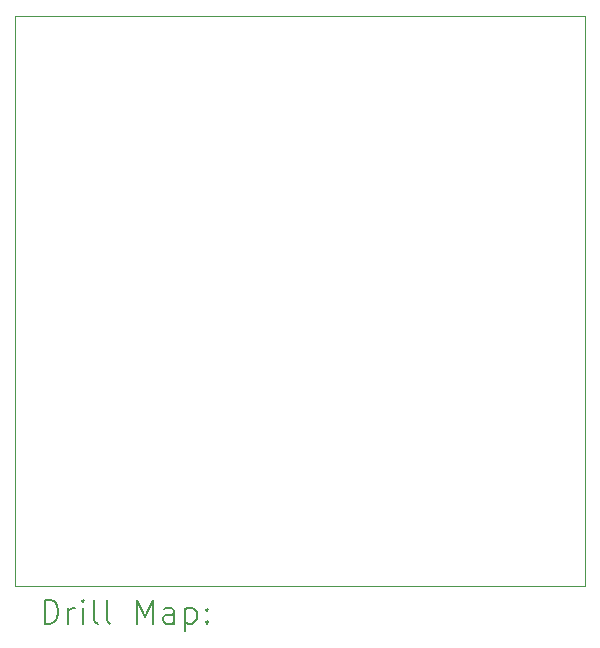
<source format=gbr>
%TF.GenerationSoftware,KiCad,Pcbnew,(6.0.10)*%
%TF.CreationDate,2024-05-09T21:43:07+03:00*%
%TF.ProjectId,iot-robots,696f742d-726f-4626-9f74-732e6b696361,rev?*%
%TF.SameCoordinates,Original*%
%TF.FileFunction,Drillmap*%
%TF.FilePolarity,Positive*%
%FSLAX45Y45*%
G04 Gerber Fmt 4.5, Leading zero omitted, Abs format (unit mm)*
G04 Created by KiCad (PCBNEW (6.0.10)) date 2024-05-09 21:43:07*
%MOMM*%
%LPD*%
G01*
G04 APERTURE LIST*
%ADD10C,0.100000*%
%ADD11C,0.200000*%
G04 APERTURE END LIST*
D10*
X9398000Y-11811000D02*
X9398000Y-6985000D01*
X14224000Y-11811000D02*
X9398000Y-11811000D01*
X14224000Y-6985000D02*
X14224000Y-11811000D01*
X9398000Y-6985000D02*
X14224000Y-6985000D01*
D11*
X9650619Y-12126476D02*
X9650619Y-11926476D01*
X9698238Y-11926476D01*
X9726810Y-11936000D01*
X9745857Y-11955048D01*
X9755381Y-11974095D01*
X9764905Y-12012190D01*
X9764905Y-12040762D01*
X9755381Y-12078857D01*
X9745857Y-12097905D01*
X9726810Y-12116952D01*
X9698238Y-12126476D01*
X9650619Y-12126476D01*
X9850619Y-12126476D02*
X9850619Y-11993143D01*
X9850619Y-12031238D02*
X9860143Y-12012190D01*
X9869667Y-12002667D01*
X9888714Y-11993143D01*
X9907762Y-11993143D01*
X9974429Y-12126476D02*
X9974429Y-11993143D01*
X9974429Y-11926476D02*
X9964905Y-11936000D01*
X9974429Y-11945524D01*
X9983952Y-11936000D01*
X9974429Y-11926476D01*
X9974429Y-11945524D01*
X10098238Y-12126476D02*
X10079190Y-12116952D01*
X10069667Y-12097905D01*
X10069667Y-11926476D01*
X10203000Y-12126476D02*
X10183952Y-12116952D01*
X10174429Y-12097905D01*
X10174429Y-11926476D01*
X10431571Y-12126476D02*
X10431571Y-11926476D01*
X10498238Y-12069333D01*
X10564905Y-11926476D01*
X10564905Y-12126476D01*
X10745857Y-12126476D02*
X10745857Y-12021714D01*
X10736333Y-12002667D01*
X10717286Y-11993143D01*
X10679190Y-11993143D01*
X10660143Y-12002667D01*
X10745857Y-12116952D02*
X10726810Y-12126476D01*
X10679190Y-12126476D01*
X10660143Y-12116952D01*
X10650619Y-12097905D01*
X10650619Y-12078857D01*
X10660143Y-12059809D01*
X10679190Y-12050286D01*
X10726810Y-12050286D01*
X10745857Y-12040762D01*
X10841095Y-11993143D02*
X10841095Y-12193143D01*
X10841095Y-12002667D02*
X10860143Y-11993143D01*
X10898238Y-11993143D01*
X10917286Y-12002667D01*
X10926810Y-12012190D01*
X10936333Y-12031238D01*
X10936333Y-12088381D01*
X10926810Y-12107428D01*
X10917286Y-12116952D01*
X10898238Y-12126476D01*
X10860143Y-12126476D01*
X10841095Y-12116952D01*
X11022048Y-12107428D02*
X11031571Y-12116952D01*
X11022048Y-12126476D01*
X11012524Y-12116952D01*
X11022048Y-12107428D01*
X11022048Y-12126476D01*
X11022048Y-12002667D02*
X11031571Y-12012190D01*
X11022048Y-12021714D01*
X11012524Y-12012190D01*
X11022048Y-12002667D01*
X11022048Y-12021714D01*
M02*

</source>
